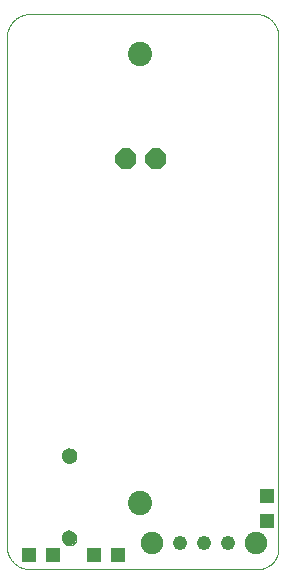
<source format=gts>
G75*
%MOIN*%
%OFA0B0*%
%FSLAX25Y25*%
%IPPOS*%
%LPD*%
%AMOC8*
5,1,8,0,0,1.08239X$1,22.5*
%
%ADD10C,0.00000*%
%ADD11OC8,0.07000*%
%ADD12C,0.05124*%
%ADD13C,0.04762*%
%ADD14C,0.07487*%
%ADD15R,0.05124X0.05124*%
%ADD16C,0.08077*%
D10*
X0008573Y0011486D02*
X0084586Y0011486D01*
X0084754Y0011488D01*
X0084923Y0011494D01*
X0085091Y0011504D01*
X0085258Y0011519D01*
X0085426Y0011537D01*
X0085592Y0011559D01*
X0085759Y0011585D01*
X0085924Y0011616D01*
X0086089Y0011650D01*
X0086253Y0011688D01*
X0086416Y0011731D01*
X0086578Y0011777D01*
X0086738Y0011827D01*
X0086898Y0011881D01*
X0087056Y0011939D01*
X0087212Y0012000D01*
X0087368Y0012066D01*
X0087521Y0012135D01*
X0087673Y0012207D01*
X0087823Y0012284D01*
X0087971Y0012364D01*
X0088117Y0012447D01*
X0088261Y0012534D01*
X0088403Y0012625D01*
X0088543Y0012719D01*
X0088680Y0012816D01*
X0088815Y0012917D01*
X0088947Y0013021D01*
X0089077Y0013128D01*
X0089205Y0013238D01*
X0089329Y0013351D01*
X0089451Y0013467D01*
X0089570Y0013586D01*
X0089686Y0013708D01*
X0089799Y0013832D01*
X0089909Y0013960D01*
X0090016Y0014090D01*
X0090120Y0014222D01*
X0090221Y0014357D01*
X0090318Y0014494D01*
X0090412Y0014634D01*
X0090503Y0014776D01*
X0090590Y0014920D01*
X0090673Y0015066D01*
X0090753Y0015214D01*
X0090830Y0015364D01*
X0090902Y0015516D01*
X0090971Y0015669D01*
X0091037Y0015825D01*
X0091098Y0015981D01*
X0091156Y0016139D01*
X0091210Y0016299D01*
X0091260Y0016459D01*
X0091306Y0016621D01*
X0091349Y0016784D01*
X0091387Y0016948D01*
X0091421Y0017113D01*
X0091452Y0017278D01*
X0091478Y0017445D01*
X0091500Y0017611D01*
X0091518Y0017779D01*
X0091533Y0017946D01*
X0091543Y0018114D01*
X0091549Y0018283D01*
X0091551Y0018451D01*
X0091551Y0188963D01*
X0091549Y0189146D01*
X0091542Y0189328D01*
X0091531Y0189511D01*
X0091516Y0189693D01*
X0091496Y0189875D01*
X0091472Y0190056D01*
X0091443Y0190236D01*
X0091410Y0190416D01*
X0091373Y0190595D01*
X0091331Y0190773D01*
X0091285Y0190950D01*
X0091235Y0191126D01*
X0091181Y0191300D01*
X0091122Y0191473D01*
X0091060Y0191645D01*
X0090993Y0191815D01*
X0090922Y0191983D01*
X0090847Y0192150D01*
X0090768Y0192315D01*
X0090685Y0192478D01*
X0090598Y0192638D01*
X0090507Y0192797D01*
X0090413Y0192954D01*
X0090314Y0193108D01*
X0090212Y0193259D01*
X0090107Y0193408D01*
X0089997Y0193555D01*
X0089885Y0193699D01*
X0089769Y0193840D01*
X0089649Y0193978D01*
X0089526Y0194114D01*
X0089400Y0194246D01*
X0089271Y0194375D01*
X0089139Y0194501D01*
X0089003Y0194624D01*
X0088865Y0194744D01*
X0088724Y0194860D01*
X0088580Y0194972D01*
X0088433Y0195082D01*
X0088284Y0195187D01*
X0088133Y0195289D01*
X0087979Y0195388D01*
X0087822Y0195482D01*
X0087663Y0195573D01*
X0087503Y0195660D01*
X0087340Y0195743D01*
X0087175Y0195822D01*
X0087008Y0195897D01*
X0086840Y0195968D01*
X0086670Y0196035D01*
X0086498Y0196097D01*
X0086325Y0196156D01*
X0086151Y0196210D01*
X0085975Y0196260D01*
X0085798Y0196306D01*
X0085620Y0196348D01*
X0085441Y0196385D01*
X0085261Y0196418D01*
X0085081Y0196447D01*
X0084900Y0196471D01*
X0084718Y0196491D01*
X0084536Y0196506D01*
X0084353Y0196517D01*
X0084171Y0196524D01*
X0083988Y0196526D01*
X0008795Y0196526D01*
X0008607Y0196524D01*
X0008418Y0196517D01*
X0008230Y0196506D01*
X0008043Y0196490D01*
X0007855Y0196469D01*
X0007669Y0196444D01*
X0007483Y0196415D01*
X0007297Y0196381D01*
X0007113Y0196342D01*
X0006930Y0196299D01*
X0006747Y0196252D01*
X0006566Y0196201D01*
X0006386Y0196144D01*
X0006208Y0196084D01*
X0006031Y0196019D01*
X0005856Y0195951D01*
X0005682Y0195877D01*
X0005510Y0195800D01*
X0005340Y0195719D01*
X0005172Y0195633D01*
X0005007Y0195544D01*
X0004843Y0195450D01*
X0004682Y0195353D01*
X0004523Y0195251D01*
X0004367Y0195146D01*
X0004213Y0195037D01*
X0004062Y0194925D01*
X0003914Y0194809D01*
X0003768Y0194689D01*
X0003626Y0194566D01*
X0003486Y0194439D01*
X0003350Y0194309D01*
X0003217Y0194176D01*
X0003087Y0194040D01*
X0002960Y0193900D01*
X0002837Y0193758D01*
X0002717Y0193612D01*
X0002601Y0193464D01*
X0002489Y0193313D01*
X0002380Y0193159D01*
X0002275Y0193003D01*
X0002173Y0192844D01*
X0002076Y0192683D01*
X0001982Y0192519D01*
X0001893Y0192354D01*
X0001807Y0192186D01*
X0001726Y0192016D01*
X0001649Y0191844D01*
X0001575Y0191670D01*
X0001507Y0191495D01*
X0001442Y0191318D01*
X0001382Y0191140D01*
X0001325Y0190960D01*
X0001274Y0190779D01*
X0001227Y0190596D01*
X0001184Y0190413D01*
X0001145Y0190229D01*
X0001111Y0190043D01*
X0001082Y0189857D01*
X0001057Y0189671D01*
X0001036Y0189483D01*
X0001020Y0189296D01*
X0001009Y0189108D01*
X0001002Y0188919D01*
X0001000Y0188731D01*
X0001000Y0019059D01*
X0001002Y0018876D01*
X0001009Y0018693D01*
X0001020Y0018510D01*
X0001035Y0018328D01*
X0001055Y0018146D01*
X0001079Y0017965D01*
X0001108Y0017784D01*
X0001141Y0017604D01*
X0001178Y0017425D01*
X0001220Y0017247D01*
X0001266Y0017070D01*
X0001316Y0016894D01*
X0001371Y0016719D01*
X0001429Y0016545D01*
X0001492Y0016374D01*
X0001559Y0016203D01*
X0001630Y0016035D01*
X0001705Y0015868D01*
X0001784Y0015703D01*
X0001867Y0015540D01*
X0001954Y0015379D01*
X0002045Y0015220D01*
X0002140Y0015063D01*
X0002238Y0014909D01*
X0002341Y0014757D01*
X0002446Y0014608D01*
X0002556Y0014461D01*
X0002669Y0014317D01*
X0002785Y0014176D01*
X0002905Y0014037D01*
X0003028Y0013902D01*
X0003154Y0013769D01*
X0003283Y0013640D01*
X0003416Y0013514D01*
X0003551Y0013391D01*
X0003690Y0013271D01*
X0003831Y0013155D01*
X0003975Y0013042D01*
X0004122Y0012932D01*
X0004271Y0012827D01*
X0004423Y0012724D01*
X0004577Y0012626D01*
X0004734Y0012531D01*
X0004893Y0012440D01*
X0005054Y0012353D01*
X0005217Y0012270D01*
X0005382Y0012191D01*
X0005549Y0012116D01*
X0005717Y0012045D01*
X0005888Y0011978D01*
X0006059Y0011915D01*
X0006233Y0011857D01*
X0006408Y0011802D01*
X0006584Y0011752D01*
X0006761Y0011706D01*
X0006939Y0011664D01*
X0007118Y0011627D01*
X0007298Y0011594D01*
X0007479Y0011565D01*
X0007660Y0011541D01*
X0007842Y0011521D01*
X0008024Y0011506D01*
X0008207Y0011495D01*
X0008390Y0011488D01*
X0008573Y0011486D01*
X0019504Y0021722D02*
X0019506Y0021819D01*
X0019512Y0021916D01*
X0019522Y0022012D01*
X0019536Y0022108D01*
X0019554Y0022204D01*
X0019575Y0022298D01*
X0019601Y0022392D01*
X0019630Y0022484D01*
X0019664Y0022575D01*
X0019700Y0022665D01*
X0019741Y0022753D01*
X0019785Y0022839D01*
X0019833Y0022924D01*
X0019884Y0023006D01*
X0019938Y0023087D01*
X0019996Y0023165D01*
X0020057Y0023240D01*
X0020120Y0023313D01*
X0020187Y0023384D01*
X0020257Y0023451D01*
X0020329Y0023516D01*
X0020404Y0023577D01*
X0020482Y0023636D01*
X0020561Y0023691D01*
X0020643Y0023743D01*
X0020727Y0023791D01*
X0020813Y0023836D01*
X0020901Y0023878D01*
X0020990Y0023916D01*
X0021081Y0023950D01*
X0021173Y0023980D01*
X0021266Y0024007D01*
X0021361Y0024029D01*
X0021456Y0024048D01*
X0021552Y0024063D01*
X0021648Y0024074D01*
X0021745Y0024081D01*
X0021842Y0024084D01*
X0021939Y0024083D01*
X0022036Y0024078D01*
X0022132Y0024069D01*
X0022228Y0024056D01*
X0022324Y0024039D01*
X0022419Y0024018D01*
X0022512Y0023994D01*
X0022605Y0023965D01*
X0022697Y0023933D01*
X0022787Y0023897D01*
X0022875Y0023858D01*
X0022962Y0023814D01*
X0023047Y0023768D01*
X0023130Y0023717D01*
X0023211Y0023664D01*
X0023289Y0023607D01*
X0023366Y0023547D01*
X0023439Y0023484D01*
X0023510Y0023418D01*
X0023578Y0023349D01*
X0023644Y0023277D01*
X0023706Y0023203D01*
X0023765Y0023126D01*
X0023821Y0023047D01*
X0023874Y0022965D01*
X0023924Y0022882D01*
X0023969Y0022796D01*
X0024012Y0022709D01*
X0024051Y0022620D01*
X0024086Y0022530D01*
X0024117Y0022438D01*
X0024144Y0022345D01*
X0024168Y0022251D01*
X0024188Y0022156D01*
X0024204Y0022060D01*
X0024216Y0021964D01*
X0024224Y0021867D01*
X0024228Y0021770D01*
X0024228Y0021674D01*
X0024224Y0021577D01*
X0024216Y0021480D01*
X0024204Y0021384D01*
X0024188Y0021288D01*
X0024168Y0021193D01*
X0024144Y0021099D01*
X0024117Y0021006D01*
X0024086Y0020914D01*
X0024051Y0020824D01*
X0024012Y0020735D01*
X0023969Y0020648D01*
X0023924Y0020562D01*
X0023874Y0020479D01*
X0023821Y0020397D01*
X0023765Y0020318D01*
X0023706Y0020241D01*
X0023644Y0020167D01*
X0023578Y0020095D01*
X0023510Y0020026D01*
X0023439Y0019960D01*
X0023366Y0019897D01*
X0023289Y0019837D01*
X0023211Y0019780D01*
X0023130Y0019727D01*
X0023047Y0019676D01*
X0022962Y0019630D01*
X0022875Y0019586D01*
X0022787Y0019547D01*
X0022697Y0019511D01*
X0022605Y0019479D01*
X0022512Y0019450D01*
X0022419Y0019426D01*
X0022324Y0019405D01*
X0022228Y0019388D01*
X0022132Y0019375D01*
X0022036Y0019366D01*
X0021939Y0019361D01*
X0021842Y0019360D01*
X0021745Y0019363D01*
X0021648Y0019370D01*
X0021552Y0019381D01*
X0021456Y0019396D01*
X0021361Y0019415D01*
X0021266Y0019437D01*
X0021173Y0019464D01*
X0021081Y0019494D01*
X0020990Y0019528D01*
X0020901Y0019566D01*
X0020813Y0019608D01*
X0020727Y0019653D01*
X0020643Y0019701D01*
X0020561Y0019753D01*
X0020482Y0019808D01*
X0020404Y0019867D01*
X0020329Y0019928D01*
X0020257Y0019993D01*
X0020187Y0020060D01*
X0020120Y0020131D01*
X0020057Y0020204D01*
X0019996Y0020279D01*
X0019938Y0020357D01*
X0019884Y0020438D01*
X0019833Y0020520D01*
X0019785Y0020605D01*
X0019741Y0020691D01*
X0019700Y0020779D01*
X0019664Y0020869D01*
X0019630Y0020960D01*
X0019601Y0021052D01*
X0019575Y0021146D01*
X0019554Y0021240D01*
X0019536Y0021336D01*
X0019522Y0021432D01*
X0019512Y0021528D01*
X0019506Y0021625D01*
X0019504Y0021722D01*
X0019504Y0049281D02*
X0019506Y0049378D01*
X0019512Y0049475D01*
X0019522Y0049571D01*
X0019536Y0049667D01*
X0019554Y0049763D01*
X0019575Y0049857D01*
X0019601Y0049951D01*
X0019630Y0050043D01*
X0019664Y0050134D01*
X0019700Y0050224D01*
X0019741Y0050312D01*
X0019785Y0050398D01*
X0019833Y0050483D01*
X0019884Y0050565D01*
X0019938Y0050646D01*
X0019996Y0050724D01*
X0020057Y0050799D01*
X0020120Y0050872D01*
X0020187Y0050943D01*
X0020257Y0051010D01*
X0020329Y0051075D01*
X0020404Y0051136D01*
X0020482Y0051195D01*
X0020561Y0051250D01*
X0020643Y0051302D01*
X0020727Y0051350D01*
X0020813Y0051395D01*
X0020901Y0051437D01*
X0020990Y0051475D01*
X0021081Y0051509D01*
X0021173Y0051539D01*
X0021266Y0051566D01*
X0021361Y0051588D01*
X0021456Y0051607D01*
X0021552Y0051622D01*
X0021648Y0051633D01*
X0021745Y0051640D01*
X0021842Y0051643D01*
X0021939Y0051642D01*
X0022036Y0051637D01*
X0022132Y0051628D01*
X0022228Y0051615D01*
X0022324Y0051598D01*
X0022419Y0051577D01*
X0022512Y0051553D01*
X0022605Y0051524D01*
X0022697Y0051492D01*
X0022787Y0051456D01*
X0022875Y0051417D01*
X0022962Y0051373D01*
X0023047Y0051327D01*
X0023130Y0051276D01*
X0023211Y0051223D01*
X0023289Y0051166D01*
X0023366Y0051106D01*
X0023439Y0051043D01*
X0023510Y0050977D01*
X0023578Y0050908D01*
X0023644Y0050836D01*
X0023706Y0050762D01*
X0023765Y0050685D01*
X0023821Y0050606D01*
X0023874Y0050524D01*
X0023924Y0050441D01*
X0023969Y0050355D01*
X0024012Y0050268D01*
X0024051Y0050179D01*
X0024086Y0050089D01*
X0024117Y0049997D01*
X0024144Y0049904D01*
X0024168Y0049810D01*
X0024188Y0049715D01*
X0024204Y0049619D01*
X0024216Y0049523D01*
X0024224Y0049426D01*
X0024228Y0049329D01*
X0024228Y0049233D01*
X0024224Y0049136D01*
X0024216Y0049039D01*
X0024204Y0048943D01*
X0024188Y0048847D01*
X0024168Y0048752D01*
X0024144Y0048658D01*
X0024117Y0048565D01*
X0024086Y0048473D01*
X0024051Y0048383D01*
X0024012Y0048294D01*
X0023969Y0048207D01*
X0023924Y0048121D01*
X0023874Y0048038D01*
X0023821Y0047956D01*
X0023765Y0047877D01*
X0023706Y0047800D01*
X0023644Y0047726D01*
X0023578Y0047654D01*
X0023510Y0047585D01*
X0023439Y0047519D01*
X0023366Y0047456D01*
X0023289Y0047396D01*
X0023211Y0047339D01*
X0023130Y0047286D01*
X0023047Y0047235D01*
X0022962Y0047189D01*
X0022875Y0047145D01*
X0022787Y0047106D01*
X0022697Y0047070D01*
X0022605Y0047038D01*
X0022512Y0047009D01*
X0022419Y0046985D01*
X0022324Y0046964D01*
X0022228Y0046947D01*
X0022132Y0046934D01*
X0022036Y0046925D01*
X0021939Y0046920D01*
X0021842Y0046919D01*
X0021745Y0046922D01*
X0021648Y0046929D01*
X0021552Y0046940D01*
X0021456Y0046955D01*
X0021361Y0046974D01*
X0021266Y0046996D01*
X0021173Y0047023D01*
X0021081Y0047053D01*
X0020990Y0047087D01*
X0020901Y0047125D01*
X0020813Y0047167D01*
X0020727Y0047212D01*
X0020643Y0047260D01*
X0020561Y0047312D01*
X0020482Y0047367D01*
X0020404Y0047426D01*
X0020329Y0047487D01*
X0020257Y0047552D01*
X0020187Y0047619D01*
X0020120Y0047690D01*
X0020057Y0047763D01*
X0019996Y0047838D01*
X0019938Y0047916D01*
X0019884Y0047997D01*
X0019833Y0048079D01*
X0019785Y0048164D01*
X0019741Y0048250D01*
X0019700Y0048338D01*
X0019664Y0048428D01*
X0019630Y0048519D01*
X0019601Y0048611D01*
X0019575Y0048705D01*
X0019554Y0048799D01*
X0019536Y0048895D01*
X0019522Y0048991D01*
X0019512Y0049087D01*
X0019506Y0049184D01*
X0019504Y0049281D01*
D11*
X0040882Y0148100D03*
X0050882Y0148100D03*
D12*
X0021866Y0049281D03*
X0021866Y0021722D03*
D13*
X0058874Y0020148D03*
X0066748Y0020148D03*
X0074622Y0020148D03*
D14*
X0084071Y0020148D03*
X0049425Y0020148D03*
D15*
X0008283Y0016211D03*
X0016551Y0016211D03*
X0029937Y0016211D03*
X0038205Y0016211D03*
X0087614Y0027431D03*
X0087614Y0035699D03*
D16*
X0045488Y0033533D03*
X0045488Y0183140D03*
M02*

</source>
